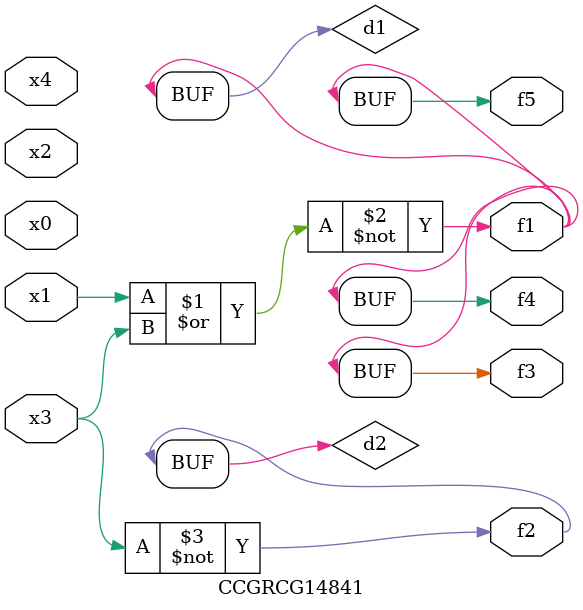
<source format=v>
module CCGRCG14841(
	input x0, x1, x2, x3, x4,
	output f1, f2, f3, f4, f5
);

	wire d1, d2;

	nor (d1, x1, x3);
	not (d2, x3);
	assign f1 = d1;
	assign f2 = d2;
	assign f3 = d1;
	assign f4 = d1;
	assign f5 = d1;
endmodule

</source>
